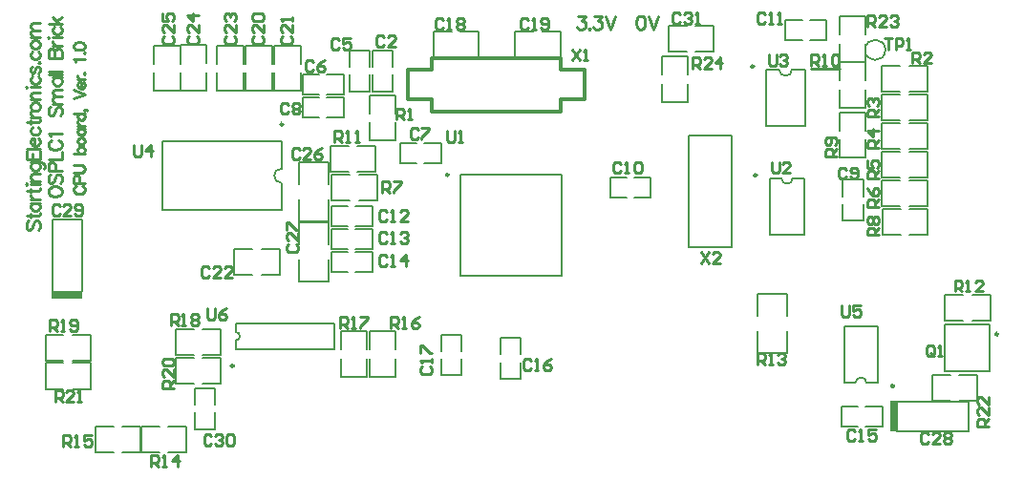
<source format=gto>
%FSLAX42Y42*%
%MOMM*%
G71*
G01*
G75*
%ADD10C,0.20*%
%ADD11R,1.50X1.30*%
%ADD12R,0.30X1.45*%
%ADD13R,1.30X1.50*%
%ADD14C,1.00*%
%ADD15R,1.55X0.60*%
%ADD16R,1.80X1.60*%
%ADD17R,0.85X1.00*%
%ADD18R,1.80X0.60*%
%ADD19R,5.50X1.50*%
%ADD20R,1.45X0.30*%
%ADD21R,0.60X2.00*%
%ADD22R,3.00X3.00*%
%ADD23R,1.00X1.10*%
%ADD24R,0.60X2.20*%
%ADD25R,1.10X1.00*%
%ADD26R,1.80X2.15*%
%ADD27R,2.15X1.80*%
%ADD28R,0.60X2.25*%
%ADD29C,1.00*%
%ADD30C,0.25*%
%ADD31C,0.40*%
%ADD32C,0.50*%
%ADD33C,0.30*%
%ADD34C,0.25*%
%ADD35R,1.50X1.50*%
%ADD36C,1.50*%
%ADD37R,1.60X1.60*%
%ADD38C,1.60*%
%ADD39C,1.20*%
%ADD40C,4.76*%
%ADD41R,1.69X1.69*%
%ADD42C,1.69*%
%ADD43C,0.60*%
%ADD44R,2.80X0.65*%
%ADD45R,0.65X2.80*%
D10*
X7710Y-406D02*
G03*
X7710Y-406I-90J0D01*
G01*
X1950Y-2984D02*
G03*
X1950Y-2909I0J38D01*
G01*
X2356Y-1460D02*
G03*
X2356Y-1588I0J-63D01*
G01*
X6767Y-578D02*
G03*
X6883Y-578I58J0D01*
G01*
X6788Y-1543D02*
G03*
X6888Y-1543I50J0D01*
G01*
X7544Y-3362D02*
G03*
X7444Y-3362I-50J0D01*
G01*
X5727Y-867D02*
Y-707D01*
X5957Y-867D02*
Y-707D01*
X5727Y-867D02*
X5957D01*
X5727Y-467D02*
X5957D01*
X5727Y-627D02*
Y-467D01*
X5957Y-627D02*
Y-467D01*
X5788Y-190D02*
X5948D01*
X5788Y-420D02*
X5948D01*
X5788D02*
Y-190D01*
X6188Y-420D02*
Y-190D01*
X6028D02*
X6188D01*
X6028Y-420D02*
X6188D01*
X7302Y-511D02*
Y-351D01*
X7532Y-511D02*
Y-351D01*
X7302Y-511D02*
X7532D01*
X7302Y-111D02*
X7532D01*
X7302Y-271D02*
Y-111D01*
X7532Y-271D02*
Y-111D01*
X6836Y-3092D02*
Y-2902D01*
X6576Y-3092D02*
Y-2902D01*
X6836Y-2762D02*
Y-2572D01*
X6576Y-2762D02*
Y-2572D01*
X6836D01*
X6576Y-3092D02*
X6836D01*
X8125Y-3289D02*
X8285D01*
X8125Y-3519D02*
X8285D01*
X8125D02*
Y-3289D01*
X8525Y-3519D02*
Y-3289D01*
X8365D02*
X8525D01*
X8365Y-3519D02*
X8525D01*
X8633Y-3258D02*
Y-2838D01*
X8233D02*
X8633D01*
X8233Y-3258D02*
Y-2838D01*
Y-3258D02*
X8633D01*
X6351Y-2154D02*
Y-1164D01*
X5971Y-2154D02*
Y-1164D01*
Y-2154D02*
X6351D01*
X5971Y-1164D02*
X6351D01*
X1586Y-3770D02*
Y-3625D01*
X1766Y-3770D02*
Y-3625D01*
X1586Y-3770D02*
X1766D01*
X1586Y-3410D02*
X1766D01*
X1586Y-3555D02*
Y-3410D01*
X1766Y-3555D02*
Y-3410D01*
X1950Y-3059D02*
Y-2984D01*
Y-2909D02*
Y-2834D01*
X2825Y-3059D02*
Y-2834D01*
X1950Y-3059D02*
X2825D01*
X1950Y-2834D02*
X2825D01*
X1114Y-3746D02*
X1274D01*
X1114Y-3976D02*
X1274D01*
X1114D02*
Y-3746D01*
X1514Y-3976D02*
Y-3746D01*
X1354D02*
X1514D01*
X1354Y-3976D02*
X1514D01*
X708Y-3746D02*
X868D01*
X708Y-3976D02*
X868D01*
X708D02*
Y-3746D01*
X1108Y-3976D02*
Y-3746D01*
X948D02*
X1108D01*
X948Y-3976D02*
X1108D01*
X3365Y-3065D02*
Y-2905D01*
X3135Y-3065D02*
Y-2905D01*
X3365D01*
X3135Y-3305D02*
X3365D01*
Y-3145D01*
X3135Y-3305D02*
Y-3145D01*
X3115Y-3065D02*
Y-2905D01*
X2885Y-3065D02*
Y-2905D01*
X3115D01*
X2885Y-3305D02*
X3115D01*
Y-3145D01*
X2885Y-3305D02*
Y-3145D01*
X265Y-2935D02*
X425D01*
X265Y-3165D02*
X425D01*
X265D02*
Y-2935D01*
X665Y-3165D02*
Y-2935D01*
X505D02*
X665D01*
X505Y-3165D02*
X665D01*
X1419Y-2882D02*
X1579D01*
X1419Y-3112D02*
X1579D01*
X1419D02*
Y-2882D01*
X1819Y-3112D02*
Y-2882D01*
X1659D02*
X1819D01*
X1659Y-3112D02*
X1819D01*
X265Y-3185D02*
X425D01*
X265Y-3415D02*
X425D01*
X265D02*
Y-3185D01*
X665Y-3415D02*
Y-3185D01*
X505D02*
X665D01*
X505Y-3415D02*
X665D01*
X1419Y-3136D02*
X1579D01*
X1419Y-3366D02*
X1579D01*
X1419D02*
Y-3136D01*
X1819Y-3366D02*
Y-3136D01*
X1659D02*
X1819D01*
X1659Y-3366D02*
X1819D01*
X1229Y-768D02*
Y-608D01*
X1459Y-768D02*
Y-608D01*
X1229Y-768D02*
X1459D01*
X1229Y-368D02*
X1459D01*
X1229Y-528D02*
Y-368D01*
X1459Y-528D02*
Y-368D01*
X7532Y-678D02*
Y-518D01*
X7302Y-678D02*
Y-518D01*
X7532D01*
X7302Y-918D02*
X7532D01*
Y-758D01*
X7302Y-918D02*
Y-758D01*
X1690Y-525D02*
Y-365D01*
X1460Y-525D02*
Y-365D01*
X1690D01*
X1460Y-765D02*
X1690D01*
Y-605D01*
X1460Y-765D02*
Y-605D01*
X7322Y-3568D02*
X7467D01*
X7322Y-3748D02*
X7467D01*
X7322D02*
Y-3568D01*
X7682Y-3748D02*
Y-3568D01*
X7537D02*
X7682D01*
X7537Y-3748D02*
X7682D01*
X1788Y-768D02*
Y-608D01*
X2018Y-768D02*
Y-608D01*
X1788Y-768D02*
X2018D01*
X1788Y-368D02*
X2018D01*
X1788Y-528D02*
Y-368D01*
X2018Y-528D02*
Y-368D01*
X1940Y-2171D02*
X2100D01*
X1940Y-2401D02*
X2100D01*
X1940D02*
Y-2171D01*
X2340Y-2401D02*
Y-2171D01*
X2180D02*
X2340D01*
X2180Y-2401D02*
X2340D01*
X457Y-1913D02*
X587D01*
Y-2550D02*
Y-1913D01*
X327Y-2550D02*
Y-1913D01*
X457D01*
X8450Y-3788D02*
Y-3658D01*
X7813Y-3788D02*
X8450D01*
X7813Y-3528D02*
X8450D01*
Y-3658D02*
Y-3528D01*
X2296Y-768D02*
Y-608D01*
X2526Y-768D02*
Y-608D01*
X2296Y-768D02*
X2526D01*
X2296Y-368D02*
X2526D01*
X2296Y-528D02*
Y-368D01*
X2526Y-528D02*
Y-368D01*
X2356Y-1460D02*
Y-1219D01*
Y-1829D02*
Y-1588D01*
X1301Y-1829D02*
Y-1219D01*
X2356D01*
X1301Y-1829D02*
X2356D01*
X2042Y-768D02*
Y-608D01*
X2272Y-768D02*
Y-608D01*
X2042Y-768D02*
X2272D01*
X2042Y-368D02*
X2272D01*
X2042Y-528D02*
Y-368D01*
X2272Y-528D02*
Y-368D01*
X2512Y-1937D02*
X2772D01*
X2512Y-2457D02*
X2772D01*
Y-2267D01*
X2512Y-2457D02*
Y-2267D01*
X2772Y-2127D02*
Y-1937D01*
X2512Y-2127D02*
Y-1937D01*
X2801Y-1993D02*
X2946D01*
X2801Y-2173D02*
X2946D01*
X2801D02*
Y-1993D01*
X3161Y-2173D02*
Y-1993D01*
X3016D02*
X3161D01*
X3016Y-2173D02*
X3161D01*
X2512Y-1924D02*
X2772D01*
X2512Y-1404D02*
X2772D01*
X2512Y-1594D02*
Y-1404D01*
X2772Y-1594D02*
Y-1404D01*
X2512Y-1924D02*
Y-1734D01*
X2772Y-1924D02*
Y-1734D01*
X2801Y-1790D02*
X2946D01*
X2801Y-1970D02*
X2946D01*
X2801D02*
Y-1790D01*
X3161Y-1970D02*
Y-1790D01*
X3016D02*
X3161D01*
X3016Y-1970D02*
X3161D01*
X6650Y-578D02*
X6767D01*
X6883D02*
X7000D01*
X6650Y-1078D02*
X7000D01*
X6650D02*
Y-578D01*
X7000Y-1078D02*
Y-578D01*
X7041Y-319D02*
X7186D01*
X7041Y-139D02*
X7186D01*
Y-319D02*
Y-139D01*
X6826Y-319D02*
Y-139D01*
Y-319D02*
X6971D01*
X6826Y-139D02*
X6971D01*
X5487Y-1716D02*
X5632D01*
X5487Y-1536D02*
X5632D01*
Y-1716D02*
Y-1536D01*
X5272Y-1716D02*
Y-1536D01*
Y-1716D02*
X5417D01*
X5272Y-1536D02*
X5417D01*
X7512Y-1704D02*
Y-1559D01*
X7332Y-1704D02*
Y-1559D01*
X7512D01*
X7332Y-1919D02*
X7512D01*
Y-1774D01*
X7332Y-1919D02*
Y-1774D01*
X6688Y-1543D02*
X6788D01*
X6888D02*
X6988D01*
X6688Y-2043D02*
X6988D01*
X6688D02*
Y-1543D01*
X6988Y-2043D02*
Y-1543D01*
X2547Y-824D02*
X2692D01*
X2547Y-1004D02*
X2692D01*
X2547D02*
Y-824D01*
X2907Y-1004D02*
Y-824D01*
X2762D02*
X2907D01*
X2762Y-1004D02*
X2907D01*
X4840Y-2409D02*
Y-1509D01*
X3940Y-2409D02*
Y-1509D01*
X4840D01*
X3940Y-2409D02*
X4840D01*
X7302Y-1362D02*
Y-1202D01*
X7532Y-1362D02*
Y-1202D01*
X7302Y-1362D02*
X7532D01*
X7302Y-962D02*
X7532D01*
X7302Y-1122D02*
Y-962D01*
X7532Y-1122D02*
Y-962D01*
X7925Y-2045D02*
X8085D01*
X7925Y-1815D02*
X8085D01*
Y-2045D02*
Y-1815D01*
X7685Y-2045D02*
Y-1815D01*
Y-2045D02*
X7845D01*
X7685Y-1815D02*
X7845D01*
X2804Y-1511D02*
X2964D01*
X2804Y-1741D02*
X2964D01*
X2804D02*
Y-1511D01*
X3204Y-1741D02*
Y-1511D01*
X3044D02*
X3204D01*
X3044Y-1741D02*
X3204D01*
X2547Y-621D02*
X2692D01*
X2547Y-801D02*
X2692D01*
X2547D02*
Y-621D01*
X2907Y-801D02*
Y-621D01*
X2762D02*
X2907D01*
X2762Y-801D02*
X2907D01*
X7681Y-545D02*
X7841D01*
X7681Y-775D02*
X7841D01*
X7681D02*
Y-545D01*
X8081Y-775D02*
Y-545D01*
X7921D02*
X8081D01*
X7921Y-775D02*
X8081D01*
X7681Y-799D02*
X7841D01*
X7681Y-1029D02*
X7841D01*
X7681D02*
Y-799D01*
X8081Y-1029D02*
Y-799D01*
X7921D02*
X8081D01*
X7921Y-1029D02*
X8081D01*
X7681Y-1053D02*
X7841D01*
X7681Y-1283D02*
X7841D01*
X7681D02*
Y-1053D01*
X8081Y-1283D02*
Y-1053D01*
X7921D02*
X8081D01*
X7921Y-1283D02*
X8081D01*
X7681Y-1307D02*
X7841D01*
X7681Y-1537D02*
X7841D01*
X7681D02*
Y-1307D01*
X8081Y-1537D02*
Y-1307D01*
X7921D02*
X8081D01*
X7921Y-1537D02*
X8081D01*
X7681Y-1561D02*
X7841D01*
X7681Y-1791D02*
X7841D01*
X7681D02*
Y-1561D01*
X8081Y-1791D02*
Y-1561D01*
X7921D02*
X8081D01*
X7921Y-1791D02*
X8081D01*
X3136Y-1209D02*
Y-1049D01*
X3366Y-1209D02*
Y-1049D01*
X3136Y-1209D02*
X3366D01*
X3136Y-809D02*
X3366D01*
X3136Y-969D02*
Y-809D01*
X3366Y-969D02*
Y-809D01*
X3138Y-558D02*
Y-413D01*
X2958Y-558D02*
Y-413D01*
X3138D01*
X2958Y-773D02*
X3138D01*
Y-628D01*
X2958Y-773D02*
Y-628D01*
X3945Y-471D02*
X4105D01*
X3945Y-241D02*
X4105D01*
Y-471D02*
Y-241D01*
X3705Y-471D02*
Y-241D01*
Y-471D02*
X3865D01*
X3705Y-241D02*
X3865D01*
X4429D02*
X4589D01*
X4429Y-471D02*
X4589D01*
X4429D02*
Y-241D01*
X4829Y-471D02*
Y-241D01*
X4669D02*
X4829D01*
X4669Y-471D02*
X4829D01*
X3341Y-558D02*
Y-413D01*
X3161Y-558D02*
Y-413D01*
X3341D01*
X3161Y-773D02*
X3341D01*
Y-628D01*
X3161Y-773D02*
Y-628D01*
X7544Y-3362D02*
X7644D01*
X7344D02*
X7444D01*
X7344Y-2861D02*
X7644D01*
Y-3362D02*
Y-2861D01*
X7344Y-3362D02*
Y-2861D01*
X2801Y-2196D02*
X2946D01*
X2801Y-2376D02*
X2946D01*
X2801D02*
Y-2196D01*
X3161Y-2376D02*
Y-2196D01*
X3016D02*
X3161D01*
X3016Y-2376D02*
X3161D01*
X4476Y-3107D02*
Y-2962D01*
X4296Y-3107D02*
Y-2962D01*
X4476D01*
X4296Y-3322D02*
X4476D01*
Y-3177D01*
X4296Y-3322D02*
Y-3177D01*
X8239Y-2577D02*
X8399D01*
X8239Y-2807D02*
X8399D01*
X8239D02*
Y-2577D01*
X8639Y-2807D02*
Y-2577D01*
X8479D02*
X8639D01*
X8479Y-2807D02*
X8639D01*
X3031Y-1487D02*
X3191D01*
X3031Y-1257D02*
X3191D01*
Y-1487D02*
Y-1257D01*
X2791Y-1487D02*
Y-1257D01*
Y-1487D02*
X2951D01*
X2791Y-1257D02*
X2951D01*
X3771Y-3295D02*
Y-3150D01*
X3951Y-3295D02*
Y-3150D01*
X3771Y-3295D02*
X3951D01*
X3771Y-2935D02*
X3951D01*
X3771Y-3080D02*
Y-2935D01*
X3951Y-3080D02*
Y-2935D01*
X3410Y-1231D02*
X3555D01*
X3410Y-1411D02*
X3555D01*
X3410D02*
Y-1231D01*
X3770Y-1411D02*
Y-1231D01*
X3625D02*
X3770D01*
X3625Y-1411D02*
X3770D01*
D30*
X8710Y-2928D02*
G03*
X8710Y-2928I-12J0D01*
G01*
X1934Y-3209D02*
G03*
X1934Y-3209I-12J0D01*
G01*
X2371Y-1066D02*
G03*
X2371Y-1066I-12J0D01*
G01*
X6545Y-553D02*
G03*
X6545Y-553I-12J0D01*
G01*
X6570Y-1518D02*
G03*
X6570Y-1518I-12J0D01*
G01*
X3840Y-1514D02*
G03*
X3840Y-1514I-12J0D01*
G01*
X7786Y-3387D02*
G03*
X7786Y-3387I-12J0D01*
G01*
X7050Y-575D02*
X7275D01*
X7302D01*
X292Y-1674D02*
X298Y-1685D01*
X309Y-1697D01*
X320Y-1702D01*
X338Y-1708D01*
X366D01*
X383Y-1702D01*
X395Y-1697D01*
X406Y-1685D01*
X412Y-1674D01*
Y-1651D01*
X406Y-1640D01*
X395Y-1628D01*
X383Y-1622D01*
X366Y-1617D01*
X338D01*
X320Y-1622D01*
X309Y-1628D01*
X298Y-1640D01*
X292Y-1651D01*
Y-1674D01*
X309Y-1509D02*
X298Y-1520D01*
X292Y-1537D01*
Y-1560D01*
X298Y-1577D01*
X309Y-1589D01*
X320D01*
X332Y-1583D01*
X338Y-1577D01*
X343Y-1566D01*
X355Y-1532D01*
X360Y-1520D01*
X366Y-1515D01*
X378Y-1509D01*
X395D01*
X406Y-1520D01*
X412Y-1537D01*
Y-1560D01*
X406Y-1577D01*
X395Y-1589D01*
X355Y-1482D02*
Y-1431D01*
X349Y-1413D01*
X343Y-1408D01*
X332Y-1402D01*
X315D01*
X303Y-1408D01*
X298Y-1413D01*
X292Y-1431D01*
Y-1482D01*
X412D01*
X292Y-1375D02*
X412D01*
Y-1307D01*
X320Y-1208D02*
X309Y-1213D01*
X298Y-1225D01*
X292Y-1236D01*
Y-1259D01*
X298Y-1271D01*
X309Y-1282D01*
X320Y-1288D01*
X338Y-1293D01*
X366D01*
X383Y-1288D01*
X395Y-1282D01*
X406Y-1271D01*
X412Y-1259D01*
Y-1236D01*
X406Y-1225D01*
X395Y-1213D01*
X383Y-1208D01*
X315Y-1174D02*
X309Y-1163D01*
X292Y-1145D01*
X412D01*
X309Y-912D02*
X298Y-923D01*
X292Y-940D01*
Y-963D01*
X298Y-980D01*
X309Y-992D01*
X320D01*
X332Y-986D01*
X338Y-980D01*
X343Y-969D01*
X355Y-935D01*
X360Y-923D01*
X366Y-917D01*
X378Y-912D01*
X395D01*
X406Y-923D01*
X412Y-940D01*
Y-963D01*
X406Y-980D01*
X395Y-992D01*
X332Y-885D02*
X412D01*
X355D02*
X338Y-868D01*
X332Y-856D01*
Y-839D01*
X338Y-828D01*
X355Y-822D01*
X412D01*
X355D02*
X338Y-805D01*
X332Y-794D01*
Y-776D01*
X338Y-765D01*
X355Y-759D01*
X412D01*
X332Y-653D02*
X412D01*
X349D02*
X338Y-664D01*
X332Y-676D01*
Y-693D01*
X338Y-704D01*
X349Y-716D01*
X366Y-722D01*
X378D01*
X395Y-716D01*
X406Y-704D01*
X412Y-693D01*
Y-676D01*
X406Y-664D01*
X395Y-653D01*
X292Y-621D02*
X412D01*
X292Y-596D02*
X412D01*
X292Y-476D02*
X412D01*
X292D02*
Y-425D01*
X298Y-408D01*
X303Y-402D01*
X315Y-396D01*
X326D01*
X338Y-402D01*
X343Y-408D01*
X349Y-425D01*
Y-476D02*
Y-425D01*
X355Y-408D01*
X360Y-402D01*
X372Y-396D01*
X389D01*
X400Y-402D01*
X406Y-408D01*
X412Y-425D01*
Y-476D01*
X332Y-370D02*
X412D01*
X366D02*
X349Y-364D01*
X338Y-352D01*
X332Y-341D01*
Y-324D01*
X292Y-302D02*
X298Y-296D01*
X292Y-290D01*
X286Y-296D01*
X292Y-302D01*
X332Y-296D02*
X412D01*
X349Y-201D02*
X338Y-212D01*
X332Y-223D01*
Y-240D01*
X338Y-252D01*
X349Y-263D01*
X366Y-269D01*
X378D01*
X395Y-263D01*
X406Y-252D01*
X412Y-240D01*
Y-223D01*
X406Y-212D01*
X395Y-201D01*
X292Y-175D02*
X412D01*
X332Y-118D02*
X389Y-175D01*
X366Y-152D02*
X412Y-112D01*
D33*
X4830Y-581D02*
Y-481D01*
Y-951D02*
Y-841D01*
X3690Y-951D02*
Y-841D01*
Y-581D02*
Y-481D01*
X4830D01*
X3690Y-951D02*
X4830D01*
X3480Y-581D02*
X3690D01*
X3480Y-841D02*
Y-581D01*
Y-841D02*
X3690D01*
X4830D02*
X5040D01*
Y-581D01*
X4830D02*
X5040D01*
D34*
X6000Y-575D02*
Y-475D01*
X6050D01*
X6067Y-492D01*
Y-525D01*
X6050Y-542D01*
X6000D01*
X6033D02*
X6067Y-575D01*
X6167D02*
X6100D01*
X6167Y-508D01*
Y-492D01*
X6150Y-475D01*
X6117D01*
X6100Y-492D01*
X6250Y-575D02*
Y-475D01*
X6200Y-525D01*
X6267D01*
X5892Y-92D02*
X5875Y-75D01*
X5842D01*
X5825Y-92D01*
Y-158D01*
X5842Y-175D01*
X5875D01*
X5892Y-158D01*
X5925Y-92D02*
X5942Y-75D01*
X5975D01*
X5992Y-92D01*
Y-108D01*
X5975Y-125D01*
X5958D01*
X5975D01*
X5992Y-142D01*
Y-158D01*
X5975Y-175D01*
X5942D01*
X5925Y-158D01*
X6025Y-175D02*
X6058D01*
X6042D01*
Y-75D01*
X6025Y-92D01*
X7700Y-300D02*
X7767D01*
X7733D01*
Y-400D01*
X7800D02*
Y-300D01*
X7850D01*
X7867Y-317D01*
Y-350D01*
X7850Y-367D01*
X7800D01*
X7900Y-400D02*
X7933D01*
X7917D01*
Y-300D01*
X7900Y-317D01*
X7550Y-200D02*
Y-100D01*
X7600D01*
X7617Y-117D01*
Y-150D01*
X7600Y-167D01*
X7550D01*
X7583D02*
X7617Y-200D01*
X7717D02*
X7650D01*
X7717Y-133D01*
Y-117D01*
X7700Y-100D01*
X7667D01*
X7650Y-117D01*
X7750D02*
X7767Y-100D01*
X7800D01*
X7817Y-117D01*
Y-133D01*
X7800Y-150D01*
X7783D01*
X7800D01*
X7817Y-167D01*
Y-183D01*
X7800Y-200D01*
X7767D01*
X7750Y-183D01*
X8625Y-3750D02*
X8525D01*
Y-3700D01*
X8542Y-3683D01*
X8575D01*
X8592Y-3700D01*
Y-3750D01*
Y-3717D02*
X8625Y-3683D01*
Y-3583D02*
Y-3650D01*
X8558Y-3583D01*
X8542D01*
X8525Y-3600D01*
Y-3633D01*
X8542Y-3650D01*
X8625Y-3483D02*
Y-3550D01*
X8558Y-3483D01*
X8542D01*
X8525Y-3500D01*
Y-3533D01*
X8542Y-3550D01*
X8142Y-3108D02*
Y-3042D01*
X8125Y-3025D01*
X8092D01*
X8075Y-3042D01*
Y-3108D01*
X8092Y-3125D01*
X8125D01*
X8108Y-3092D02*
X8142Y-3125D01*
X8125D02*
X8142Y-3108D01*
X8175Y-3125D02*
X8208D01*
X8192D01*
Y-3025D01*
X8175Y-3042D01*
X4935Y-400D02*
X5001Y-500D01*
Y-400D02*
X4935Y-500D01*
X5035D02*
X5068D01*
X5051D01*
Y-400D01*
X5035Y-417D01*
X1700Y-2700D02*
Y-2783D01*
X1717Y-2800D01*
X1750D01*
X1767Y-2783D01*
Y-2700D01*
X1867D02*
X1833Y-2717D01*
X1800Y-2750D01*
Y-2783D01*
X1817Y-2800D01*
X1850D01*
X1867Y-2783D01*
Y-2767D01*
X1850Y-2750D01*
X1800D01*
X350Y-3525D02*
Y-3425D01*
X400D01*
X417Y-3442D01*
Y-3475D01*
X400Y-3492D01*
X350D01*
X383D02*
X417Y-3525D01*
X517D02*
X450D01*
X517Y-3458D01*
Y-3442D01*
X500Y-3425D01*
X467D01*
X450Y-3442D01*
X550Y-3525D02*
X583D01*
X567D01*
Y-3425D01*
X550Y-3442D01*
X1400Y-3410D02*
X1300D01*
Y-3360D01*
X1317Y-3343D01*
X1350D01*
X1367Y-3360D01*
Y-3410D01*
Y-3377D02*
X1400Y-3343D01*
Y-3243D02*
Y-3310D01*
X1333Y-3243D01*
X1317D01*
X1300Y-3260D01*
Y-3293D01*
X1317Y-3310D01*
Y-3210D02*
X1300Y-3193D01*
Y-3160D01*
X1317Y-3143D01*
X1383D01*
X1400Y-3160D01*
Y-3193D01*
X1383Y-3210D01*
X1317D01*
X300Y-2900D02*
Y-2800D01*
X350D01*
X367Y-2817D01*
Y-2850D01*
X350Y-2867D01*
X300D01*
X333D02*
X367Y-2900D01*
X400D02*
X433D01*
X417D01*
Y-2800D01*
X400Y-2817D01*
X483Y-2883D02*
X500Y-2900D01*
X533D01*
X550Y-2883D01*
Y-2817D01*
X533Y-2800D01*
X500D01*
X483Y-2817D01*
Y-2833D01*
X500Y-2850D01*
X550D01*
X1375Y-2850D02*
Y-2750D01*
X1425D01*
X1442Y-2767D01*
Y-2800D01*
X1425Y-2817D01*
X1375D01*
X1408D02*
X1442Y-2850D01*
X1475D02*
X1508D01*
X1492D01*
Y-2750D01*
X1475Y-2767D01*
X1558D02*
X1575Y-2750D01*
X1608D01*
X1625Y-2767D01*
Y-2783D01*
X1608Y-2800D01*
X1625Y-2817D01*
Y-2833D01*
X1608Y-2850D01*
X1575D01*
X1558Y-2833D01*
Y-2817D01*
X1575Y-2800D01*
X1558Y-2783D01*
Y-2767D01*
X1575Y-2800D02*
X1608D01*
X2875Y-2875D02*
Y-2775D01*
X2925D01*
X2942Y-2792D01*
Y-2825D01*
X2925Y-2842D01*
X2875D01*
X2908D02*
X2942Y-2875D01*
X2975D02*
X3008D01*
X2992D01*
Y-2775D01*
X2975Y-2792D01*
X3058Y-2775D02*
X3125D01*
Y-2792D01*
X3058Y-2858D01*
Y-2875D01*
X3325D02*
Y-2775D01*
X3375D01*
X3392Y-2792D01*
Y-2825D01*
X3375Y-2842D01*
X3325D01*
X3358D02*
X3392Y-2875D01*
X3425D02*
X3458D01*
X3442D01*
Y-2775D01*
X3425Y-2792D01*
X3575Y-2775D02*
X3542Y-2792D01*
X3508Y-2825D01*
Y-2858D01*
X3525Y-2875D01*
X3558D01*
X3575Y-2858D01*
Y-2842D01*
X3558Y-2825D01*
X3508D01*
X425Y-3925D02*
Y-3825D01*
X475D01*
X492Y-3842D01*
Y-3875D01*
X475Y-3892D01*
X425D01*
X458D02*
X492Y-3925D01*
X525D02*
X558D01*
X542D01*
Y-3825D01*
X525Y-3842D01*
X675Y-3825D02*
X608D01*
Y-3875D01*
X642Y-3858D01*
X658D01*
X675Y-3875D01*
Y-3908D01*
X658Y-3925D01*
X625D01*
X608Y-3908D01*
X1200Y-4100D02*
Y-4000D01*
X1250D01*
X1267Y-4017D01*
Y-4050D01*
X1250Y-4067D01*
X1200D01*
X1233D02*
X1267Y-4100D01*
X1300D02*
X1333D01*
X1317D01*
Y-4000D01*
X1300Y-4017D01*
X1433Y-4100D02*
Y-4000D01*
X1383Y-4050D01*
X1450D01*
X1737Y-3837D02*
X1720Y-3820D01*
X1687D01*
X1670Y-3837D01*
Y-3903D01*
X1687Y-3920D01*
X1720D01*
X1737Y-3903D01*
X1770Y-3837D02*
X1787Y-3820D01*
X1820D01*
X1837Y-3837D01*
Y-3853D01*
X1820Y-3870D01*
X1803D01*
X1820D01*
X1837Y-3887D01*
Y-3903D01*
X1820Y-3920D01*
X1787D01*
X1770Y-3903D01*
X1870Y-3837D02*
X1887Y-3820D01*
X1920D01*
X1937Y-3837D01*
Y-3903D01*
X1920Y-3920D01*
X1887D01*
X1870Y-3903D01*
Y-3837D01*
X3267Y-292D02*
X3250Y-275D01*
X3217D01*
X3200Y-292D01*
Y-358D01*
X3217Y-375D01*
X3250D01*
X3267Y-358D01*
X3367Y-375D02*
X3300D01*
X3367Y-308D01*
Y-292D01*
X3350Y-275D01*
X3317D01*
X3300Y-292D01*
X2867Y-317D02*
X2850Y-300D01*
X2817D01*
X2800Y-317D01*
Y-383D01*
X2817Y-400D01*
X2850D01*
X2867Y-383D01*
X2967Y-300D02*
X2900D01*
Y-350D01*
X2933Y-333D01*
X2950D01*
X2967Y-350D01*
Y-383D01*
X2950Y-400D01*
X2917D01*
X2900Y-383D01*
X3567Y-1117D02*
X3550Y-1100D01*
X3517D01*
X3500Y-1117D01*
Y-1183D01*
X3517Y-1200D01*
X3550D01*
X3567Y-1183D01*
X3600Y-1100D02*
X3667D01*
Y-1117D01*
X3600Y-1183D01*
Y-1200D01*
X2417Y-892D02*
X2400Y-875D01*
X2367D01*
X2350Y-892D01*
Y-958D01*
X2367Y-975D01*
X2400D01*
X2417Y-958D01*
X2450Y-892D02*
X2467Y-875D01*
X2500D01*
X2517Y-892D01*
Y-908D01*
X2500Y-925D01*
X2517Y-942D01*
Y-958D01*
X2500Y-975D01*
X2467D01*
X2450Y-958D01*
Y-942D01*
X2467Y-925D01*
X2450Y-908D01*
Y-892D01*
X2467Y-925D02*
X2500D01*
X5367Y-1417D02*
X5350Y-1400D01*
X5317D01*
X5300Y-1417D01*
Y-1483D01*
X5317Y-1500D01*
X5350D01*
X5367Y-1483D01*
X5400Y-1500D02*
X5433D01*
X5417D01*
Y-1400D01*
X5400Y-1417D01*
X5483D02*
X5500Y-1400D01*
X5533D01*
X5550Y-1417D01*
Y-1483D01*
X5533Y-1500D01*
X5500D01*
X5483Y-1483D01*
Y-1417D01*
X6642Y-92D02*
X6625Y-75D01*
X6592D01*
X6575Y-92D01*
Y-158D01*
X6592Y-175D01*
X6625D01*
X6642Y-158D01*
X6675Y-175D02*
X6708D01*
X6692D01*
Y-75D01*
X6675Y-92D01*
X6758Y-175D02*
X6792D01*
X6775D01*
Y-75D01*
X6758Y-92D01*
X3292Y-1842D02*
X3275Y-1825D01*
X3242D01*
X3225Y-1842D01*
Y-1908D01*
X3242Y-1925D01*
X3275D01*
X3292Y-1908D01*
X3325Y-1925D02*
X3358D01*
X3342D01*
Y-1825D01*
X3325Y-1842D01*
X3475Y-1925D02*
X3408D01*
X3475Y-1858D01*
Y-1842D01*
X3458Y-1825D01*
X3425D01*
X3408Y-1842D01*
X3292Y-2042D02*
X3275Y-2025D01*
X3242D01*
X3225Y-2042D01*
Y-2108D01*
X3242Y-2125D01*
X3275D01*
X3292Y-2108D01*
X3325Y-2125D02*
X3358D01*
X3342D01*
Y-2025D01*
X3325Y-2042D01*
X3408D02*
X3425Y-2025D01*
X3458D01*
X3475Y-2042D01*
Y-2058D01*
X3458Y-2075D01*
X3442D01*
X3458D01*
X3475Y-2092D01*
Y-2108D01*
X3458Y-2125D01*
X3425D01*
X3408Y-2108D01*
X3292Y-2242D02*
X3275Y-2225D01*
X3242D01*
X3225Y-2242D01*
Y-2308D01*
X3242Y-2325D01*
X3275D01*
X3292Y-2308D01*
X3325Y-2325D02*
X3358D01*
X3342D01*
Y-2225D01*
X3325Y-2242D01*
X3458Y-2325D02*
Y-2225D01*
X3408Y-2275D01*
X3475D01*
X7442Y-3792D02*
X7425Y-3775D01*
X7392D01*
X7375Y-3792D01*
Y-3858D01*
X7392Y-3875D01*
X7425D01*
X7442Y-3858D01*
X7475Y-3875D02*
X7508D01*
X7492D01*
Y-3775D01*
X7475Y-3792D01*
X7625Y-3775D02*
X7558D01*
Y-3825D01*
X7592Y-3808D01*
X7608D01*
X7625Y-3825D01*
Y-3858D01*
X7608Y-3875D01*
X7575D01*
X7558Y-3858D01*
X4567Y-3167D02*
X4550Y-3150D01*
X4517D01*
X4500Y-3167D01*
Y-3233D01*
X4517Y-3250D01*
X4550D01*
X4567Y-3233D01*
X4600Y-3250D02*
X4633D01*
X4617D01*
Y-3150D01*
X4600Y-3167D01*
X4750Y-3150D02*
X4717Y-3167D01*
X4683Y-3200D01*
Y-3233D01*
X4700Y-3250D01*
X4733D01*
X4750Y-3233D01*
Y-3217D01*
X4733Y-3200D01*
X4683D01*
X3603Y-3213D02*
X3586Y-3230D01*
Y-3263D01*
X3603Y-3280D01*
X3669D01*
X3686Y-3263D01*
Y-3230D01*
X3669Y-3213D01*
X3686Y-3180D02*
Y-3146D01*
Y-3163D01*
X3586D01*
X3603Y-3180D01*
X3586Y-3096D02*
Y-3030D01*
X3603D01*
X3669Y-3096D01*
X3686D01*
X3792Y-142D02*
X3775Y-125D01*
X3742D01*
X3725Y-142D01*
Y-208D01*
X3742Y-225D01*
X3775D01*
X3792Y-208D01*
X3825Y-225D02*
X3858D01*
X3842D01*
Y-125D01*
X3825Y-142D01*
X3908D02*
X3925Y-125D01*
X3958D01*
X3975Y-142D01*
Y-158D01*
X3958Y-175D01*
X3975Y-192D01*
Y-208D01*
X3958Y-225D01*
X3925D01*
X3908Y-208D01*
Y-192D01*
X3925Y-175D01*
X3908Y-158D01*
Y-142D01*
X3925Y-175D02*
X3958D01*
X4542Y-142D02*
X4525Y-125D01*
X4492D01*
X4475Y-142D01*
Y-208D01*
X4492Y-225D01*
X4525D01*
X4542Y-208D01*
X4575Y-225D02*
X4608D01*
X4592D01*
Y-125D01*
X4575Y-142D01*
X4658Y-208D02*
X4675Y-225D01*
X4708D01*
X4725Y-208D01*
Y-142D01*
X4708Y-125D01*
X4675D01*
X4658Y-142D01*
Y-158D01*
X4675Y-175D01*
X4725D01*
X2117Y-283D02*
X2100Y-300D01*
Y-333D01*
X2117Y-350D01*
X2183D01*
X2200Y-333D01*
Y-300D01*
X2183Y-283D01*
X2200Y-183D02*
Y-250D01*
X2133Y-183D01*
X2117D01*
X2100Y-200D01*
Y-233D01*
X2117Y-250D01*
Y-150D02*
X2100Y-133D01*
Y-100D01*
X2117Y-83D01*
X2183D01*
X2200Y-100D01*
Y-133D01*
X2183Y-150D01*
X2117D01*
X2367Y-283D02*
X2350Y-300D01*
Y-333D01*
X2367Y-350D01*
X2433D01*
X2450Y-333D01*
Y-300D01*
X2433Y-283D01*
X2450Y-183D02*
Y-250D01*
X2383Y-183D01*
X2367D01*
X2350Y-200D01*
Y-233D01*
X2367Y-250D01*
X2450Y-150D02*
Y-117D01*
Y-133D01*
X2350D01*
X2367Y-150D01*
X1717Y-2342D02*
X1700Y-2325D01*
X1667D01*
X1650Y-2342D01*
Y-2408D01*
X1667Y-2425D01*
X1700D01*
X1717Y-2408D01*
X1817Y-2425D02*
X1750D01*
X1817Y-2358D01*
Y-2342D01*
X1800Y-2325D01*
X1767D01*
X1750Y-2342D01*
X1917Y-2425D02*
X1850D01*
X1917Y-2358D01*
Y-2342D01*
X1900Y-2325D01*
X1867D01*
X1850Y-2342D01*
X1867Y-283D02*
X1850Y-300D01*
Y-333D01*
X1867Y-350D01*
X1933D01*
X1950Y-333D01*
Y-300D01*
X1933Y-283D01*
X1950Y-183D02*
Y-250D01*
X1883Y-183D01*
X1867D01*
X1850Y-200D01*
Y-233D01*
X1867Y-250D01*
Y-150D02*
X1850Y-133D01*
Y-100D01*
X1867Y-83D01*
X1883D01*
X1900Y-100D01*
Y-117D01*
Y-100D01*
X1917Y-83D01*
X1933D01*
X1950Y-100D01*
Y-133D01*
X1933Y-150D01*
X1542Y-283D02*
X1525Y-300D01*
Y-333D01*
X1542Y-350D01*
X1608D01*
X1625Y-333D01*
Y-300D01*
X1608Y-283D01*
X1625Y-183D02*
Y-250D01*
X1558Y-183D01*
X1542D01*
X1525Y-200D01*
Y-233D01*
X1542Y-250D01*
X1625Y-100D02*
X1525D01*
X1575Y-150D01*
Y-83D01*
X1317Y-283D02*
X1300Y-300D01*
Y-333D01*
X1317Y-350D01*
X1383D01*
X1400Y-333D01*
Y-300D01*
X1383Y-283D01*
X1400Y-183D02*
Y-250D01*
X1333Y-183D01*
X1317D01*
X1300Y-200D01*
Y-233D01*
X1317Y-250D01*
X1300Y-83D02*
Y-150D01*
X1350D01*
X1333Y-117D01*
Y-100D01*
X1350Y-83D01*
X1383D01*
X1400Y-100D01*
Y-133D01*
X1383Y-150D01*
X2517Y-1292D02*
X2500Y-1275D01*
X2467D01*
X2450Y-1292D01*
Y-1358D01*
X2467Y-1375D01*
X2500D01*
X2517Y-1358D01*
X2617Y-1375D02*
X2550D01*
X2617Y-1308D01*
Y-1292D01*
X2600Y-1275D01*
X2567D01*
X2550Y-1292D01*
X2717Y-1275D02*
X2683Y-1292D01*
X2650Y-1325D01*
Y-1358D01*
X2667Y-1375D01*
X2700D01*
X2717Y-1358D01*
Y-1342D01*
X2700Y-1325D01*
X2650D01*
X2417Y-2133D02*
X2400Y-2150D01*
Y-2183D01*
X2417Y-2200D01*
X2483D01*
X2500Y-2183D01*
Y-2150D01*
X2483Y-2133D01*
X2500Y-2033D02*
Y-2100D01*
X2433Y-2033D01*
X2417D01*
X2400Y-2050D01*
Y-2083D01*
X2417Y-2100D01*
X2400Y-2000D02*
Y-1933D01*
X2417D01*
X2483Y-2000D01*
X2500D01*
X8092Y-3817D02*
X8075Y-3800D01*
X8042D01*
X8025Y-3817D01*
Y-3883D01*
X8042Y-3900D01*
X8075D01*
X8092Y-3883D01*
X8192Y-3900D02*
X8125D01*
X8192Y-3833D01*
Y-3817D01*
X8175Y-3800D01*
X8142D01*
X8125Y-3817D01*
X8225D02*
X8242Y-3800D01*
X8275D01*
X8292Y-3817D01*
Y-3833D01*
X8275Y-3850D01*
X8292Y-3867D01*
Y-3883D01*
X8275Y-3900D01*
X8242D01*
X8225Y-3883D01*
Y-3867D01*
X8242Y-3850D01*
X8225Y-3833D01*
Y-3817D01*
X8242Y-3850D02*
X8275D01*
X392Y-1792D02*
X375Y-1775D01*
X342D01*
X325Y-1792D01*
Y-1858D01*
X342Y-1875D01*
X375D01*
X392Y-1858D01*
X492Y-1875D02*
X425D01*
X492Y-1808D01*
Y-1792D01*
X475Y-1775D01*
X442D01*
X425Y-1792D01*
X525Y-1858D02*
X542Y-1875D01*
X575D01*
X592Y-1858D01*
Y-1792D01*
X575Y-1775D01*
X542D01*
X525Y-1792D01*
Y-1808D01*
X542Y-1825D01*
X592D01*
X2642Y-517D02*
X2625Y-500D01*
X2592D01*
X2575Y-517D01*
Y-583D01*
X2592Y-600D01*
X2625D01*
X2642Y-583D01*
X2742Y-500D02*
X2708Y-517D01*
X2675Y-550D01*
Y-583D01*
X2692Y-600D01*
X2725D01*
X2742Y-583D01*
Y-567D01*
X2725Y-550D01*
X2675D01*
X7367Y-1467D02*
X7350Y-1450D01*
X7317D01*
X7300Y-1467D01*
Y-1533D01*
X7317Y-1550D01*
X7350D01*
X7367Y-1533D01*
X7400D02*
X7417Y-1550D01*
X7450D01*
X7467Y-1533D01*
Y-1467D01*
X7450Y-1450D01*
X7417D01*
X7400Y-1467D01*
Y-1483D01*
X7417Y-1500D01*
X7467D01*
X3375Y-1025D02*
Y-925D01*
X3425D01*
X3442Y-942D01*
Y-975D01*
X3425Y-992D01*
X3375D01*
X3408D02*
X3442Y-1025D01*
X3475D02*
X3508D01*
X3492D01*
Y-925D01*
X3475Y-942D01*
X7950Y-525D02*
Y-425D01*
X8000D01*
X8017Y-442D01*
Y-475D01*
X8000Y-492D01*
X7950D01*
X7983D02*
X8017Y-525D01*
X8117D02*
X8050D01*
X8117Y-458D01*
Y-442D01*
X8100Y-425D01*
X8067D01*
X8050Y-442D01*
X7650Y-1000D02*
X7550D01*
Y-950D01*
X7567Y-933D01*
X7600D01*
X7617Y-950D01*
Y-1000D01*
Y-967D02*
X7650Y-933D01*
X7567Y-900D02*
X7550Y-883D01*
Y-850D01*
X7567Y-833D01*
X7583D01*
X7600Y-850D01*
Y-867D01*
Y-850D01*
X7617Y-833D01*
X7633D01*
X7650Y-850D01*
Y-883D01*
X7633Y-900D01*
X7650Y-1275D02*
X7550D01*
Y-1225D01*
X7567Y-1208D01*
X7600D01*
X7617Y-1225D01*
Y-1275D01*
Y-1242D02*
X7650Y-1208D01*
Y-1125D02*
X7550D01*
X7600Y-1175D01*
Y-1108D01*
X7650Y-1550D02*
X7550D01*
Y-1500D01*
X7567Y-1483D01*
X7600D01*
X7617Y-1500D01*
Y-1550D01*
Y-1517D02*
X7650Y-1483D01*
X7550Y-1383D02*
Y-1450D01*
X7600D01*
X7583Y-1417D01*
Y-1400D01*
X7600Y-1383D01*
X7633D01*
X7650Y-1400D01*
Y-1433D01*
X7633Y-1450D01*
X7650Y-1800D02*
X7550D01*
Y-1750D01*
X7567Y-1733D01*
X7600D01*
X7617Y-1750D01*
Y-1800D01*
Y-1767D02*
X7650Y-1733D01*
X7550Y-1633D02*
X7567Y-1667D01*
X7600Y-1700D01*
X7633D01*
X7650Y-1683D01*
Y-1650D01*
X7633Y-1633D01*
X7617D01*
X7600Y-1650D01*
Y-1700D01*
X3250Y-1675D02*
Y-1575D01*
X3300D01*
X3317Y-1592D01*
Y-1625D01*
X3300Y-1642D01*
X3250D01*
X3283D02*
X3317Y-1675D01*
X3350Y-1575D02*
X3417D01*
Y-1592D01*
X3350Y-1658D01*
Y-1675D01*
X7650Y-2050D02*
X7550D01*
Y-2000D01*
X7567Y-1983D01*
X7600D01*
X7617Y-2000D01*
Y-2050D01*
Y-2017D02*
X7650Y-1983D01*
X7567Y-1950D02*
X7550Y-1933D01*
Y-1900D01*
X7567Y-1883D01*
X7583D01*
X7600Y-1900D01*
X7617Y-1883D01*
X7633D01*
X7650Y-1900D01*
Y-1933D01*
X7633Y-1950D01*
X7617D01*
X7600Y-1933D01*
X7583Y-1950D01*
X7567D01*
X7600Y-1933D02*
Y-1900D01*
X7275Y-1350D02*
X7175D01*
Y-1300D01*
X7192Y-1283D01*
X7225D01*
X7242Y-1300D01*
Y-1350D01*
Y-1317D02*
X7275Y-1283D01*
X7258Y-1250D02*
X7275Y-1233D01*
Y-1200D01*
X7258Y-1183D01*
X7192D01*
X7175Y-1200D01*
Y-1233D01*
X7192Y-1250D01*
X7208D01*
X7225Y-1233D01*
Y-1183D01*
X7050Y-550D02*
Y-450D01*
X7100D01*
X7117Y-467D01*
Y-500D01*
X7100Y-517D01*
X7050D01*
X7083D02*
X7117Y-550D01*
X7150D02*
X7183D01*
X7167D01*
Y-450D01*
X7150Y-467D01*
X7233D02*
X7250Y-450D01*
X7283D01*
X7300Y-467D01*
Y-533D01*
X7283Y-550D01*
X7250D01*
X7233Y-533D01*
Y-467D01*
X6575Y-3200D02*
Y-3100D01*
X6625D01*
X6642Y-3117D01*
Y-3150D01*
X6625Y-3167D01*
X6575D01*
X6608D02*
X6642Y-3200D01*
X6675D02*
X6708D01*
X6692D01*
Y-3100D01*
X6675Y-3117D01*
X6758D02*
X6775Y-3100D01*
X6808D01*
X6825Y-3117D01*
Y-3133D01*
X6808Y-3150D01*
X6792D01*
X6808D01*
X6825Y-3167D01*
Y-3183D01*
X6808Y-3200D01*
X6775D01*
X6758Y-3183D01*
X3825Y-1125D02*
Y-1208D01*
X3842Y-1225D01*
X3875D01*
X3892Y-1208D01*
Y-1125D01*
X3925Y-1225D02*
X3958D01*
X3942D01*
Y-1125D01*
X3925Y-1142D01*
X6700Y-1400D02*
Y-1483D01*
X6717Y-1500D01*
X6750D01*
X6767Y-1483D01*
Y-1400D01*
X6867Y-1500D02*
X6800D01*
X6867Y-1433D01*
Y-1417D01*
X6850Y-1400D01*
X6817D01*
X6800Y-1417D01*
X6675Y-450D02*
Y-533D01*
X6692Y-550D01*
X6725D01*
X6742Y-533D01*
Y-450D01*
X6775Y-467D02*
X6792Y-450D01*
X6825D01*
X6842Y-467D01*
Y-483D01*
X6825Y-500D01*
X6808D01*
X6825D01*
X6842Y-517D01*
Y-533D01*
X6825Y-550D01*
X6792D01*
X6775Y-533D01*
X1050Y-1250D02*
Y-1333D01*
X1067Y-1350D01*
X1100D01*
X1117Y-1333D01*
Y-1250D01*
X1200Y-1350D02*
Y-1250D01*
X1150Y-1300D01*
X1217D01*
X7325Y-2675D02*
Y-2758D01*
X7342Y-2775D01*
X7375D01*
X7392Y-2758D01*
Y-2675D01*
X7492D02*
X7425D01*
Y-2725D01*
X7458Y-2708D01*
X7475D01*
X7492Y-2725D01*
Y-2758D01*
X7475Y-2775D01*
X7442D01*
X7425Y-2758D01*
X6075Y-2200D02*
X6142Y-2300D01*
Y-2200D02*
X6075Y-2300D01*
X6242D02*
X6175D01*
X6242Y-2233D01*
Y-2217D01*
X6225Y-2200D01*
X6192D01*
X6175Y-2217D01*
X2825Y-1225D02*
Y-1125D01*
X2875D01*
X2892Y-1142D01*
Y-1175D01*
X2875Y-1192D01*
X2825D01*
X2858D02*
X2892Y-1225D01*
X2925D02*
X2958D01*
X2942D01*
Y-1125D01*
X2925Y-1142D01*
X3008Y-1225D02*
X3042D01*
X3025D01*
Y-1125D01*
X3008Y-1142D01*
X8325Y-2550D02*
Y-2450D01*
X8375D01*
X8392Y-2467D01*
Y-2500D01*
X8375Y-2517D01*
X8325D01*
X8358D02*
X8392Y-2550D01*
X8425D02*
X8458D01*
X8442D01*
Y-2450D01*
X8425Y-2467D01*
X8575Y-2550D02*
X8508D01*
X8575Y-2483D01*
Y-2467D01*
X8558Y-2450D01*
X8525D01*
X8508Y-2467D01*
X540Y-1613D02*
X530Y-1617D01*
X521Y-1627D01*
X516Y-1636D01*
Y-1655D01*
X521Y-1665D01*
X530Y-1674D01*
X540Y-1679D01*
X554Y-1684D01*
X578D01*
X592Y-1679D01*
X602Y-1674D01*
X611Y-1665D01*
X616Y-1655D01*
Y-1636D01*
X611Y-1627D01*
X602Y-1617D01*
X592Y-1613D01*
X568Y-1585D02*
Y-1542D01*
X564Y-1527D01*
X559Y-1523D01*
X549Y-1518D01*
X535D01*
X526Y-1523D01*
X521Y-1527D01*
X516Y-1542D01*
Y-1585D01*
X616D01*
X516Y-1495D02*
X587D01*
X602Y-1491D01*
X611Y-1481D01*
X616Y-1467D01*
Y-1457D01*
X611Y-1443D01*
X602Y-1434D01*
X587Y-1429D01*
X516D01*
Y-1323D02*
X616D01*
X564D02*
X554Y-1313D01*
X549Y-1304D01*
Y-1289D01*
X554Y-1280D01*
X564Y-1270D01*
X578Y-1266D01*
X587D01*
X602Y-1270D01*
X611Y-1280D01*
X616Y-1289D01*
Y-1304D01*
X611Y-1313D01*
X602Y-1323D01*
X549Y-1220D02*
X554Y-1230D01*
X564Y-1239D01*
X578Y-1244D01*
X587D01*
X602Y-1239D01*
X611Y-1230D01*
X616Y-1220D01*
Y-1206D01*
X611Y-1196D01*
X602Y-1187D01*
X587Y-1182D01*
X578D01*
X564Y-1187D01*
X554Y-1196D01*
X549Y-1206D01*
Y-1220D01*
Y-1103D02*
X616D01*
X564D02*
X554Y-1113D01*
X549Y-1122D01*
Y-1137D01*
X554Y-1146D01*
X564Y-1156D01*
X578Y-1160D01*
X587D01*
X602Y-1156D01*
X611Y-1146D01*
X616Y-1137D01*
Y-1122D01*
X611Y-1113D01*
X602Y-1103D01*
X549Y-1077D02*
X616D01*
X578D02*
X564Y-1072D01*
X554Y-1062D01*
X549Y-1053D01*
Y-1038D01*
X516Y-972D02*
X616D01*
X564D02*
X554Y-982D01*
X549Y-991D01*
Y-1006D01*
X554Y-1015D01*
X564Y-1025D01*
X578Y-1029D01*
X587D01*
X602Y-1025D01*
X611Y-1015D01*
X616Y-1006D01*
Y-991D01*
X611Y-982D01*
X602Y-972D01*
X611Y-936D02*
X616Y-941D01*
X611Y-946D01*
X606Y-941D01*
X611Y-936D01*
X621D01*
X630Y-941D01*
X635Y-946D01*
X516Y-836D02*
X616Y-798D01*
X516Y-759D02*
X616Y-798D01*
X578Y-747D02*
Y-689D01*
X568D01*
X559Y-694D01*
X554Y-699D01*
X549Y-709D01*
Y-723D01*
X554Y-732D01*
X564Y-742D01*
X578Y-747D01*
X587D01*
X602Y-742D01*
X611Y-732D01*
X616Y-723D01*
Y-709D01*
X611Y-699D01*
X602Y-689D01*
X549Y-668D02*
X616D01*
X578D02*
X564Y-663D01*
X554Y-654D01*
X549Y-644D01*
Y-630D01*
X606Y-616D02*
X611Y-621D01*
X616Y-616D01*
X611Y-611D01*
X606Y-616D01*
X535Y-511D02*
X530Y-501D01*
X516Y-487D01*
X616D01*
X606Y-433D02*
X611Y-438D01*
X616Y-433D01*
X611Y-428D01*
X606Y-433D01*
X516Y-378D02*
X521Y-392D01*
X535Y-401D01*
X559Y-406D01*
X573D01*
X597Y-401D01*
X611Y-392D01*
X616Y-378D01*
Y-368D01*
X611Y-354D01*
X597Y-344D01*
X573Y-340D01*
X559D01*
X535Y-344D01*
X521Y-354D01*
X516Y-368D01*
Y-378D01*
X4986Y-105D02*
X5049D01*
X5015Y-151D01*
X5032D01*
X5044Y-156D01*
X5049Y-162D01*
X5055Y-179D01*
Y-191D01*
X5049Y-208D01*
X5038Y-219D01*
X5021Y-225D01*
X5004D01*
X4986Y-219D01*
X4981Y-214D01*
X4975Y-202D01*
X5088Y-214D02*
X5082Y-219D01*
X5088Y-225D01*
X5093Y-219D01*
X5088Y-214D01*
X5131Y-105D02*
X5194D01*
X5160Y-151D01*
X5177D01*
X5188Y-156D01*
X5194Y-162D01*
X5200Y-179D01*
Y-191D01*
X5194Y-208D01*
X5182Y-219D01*
X5165Y-225D01*
X5148D01*
X5131Y-219D01*
X5125Y-214D01*
X5120Y-202D01*
X5226Y-105D02*
X5272Y-225D01*
X5318Y-105D02*
X5272Y-225D01*
X5534Y-105D02*
X5517Y-111D01*
X5506Y-128D01*
X5500Y-156D01*
Y-174D01*
X5506Y-202D01*
X5517Y-219D01*
X5534Y-225D01*
X5546D01*
X5563Y-219D01*
X5574Y-202D01*
X5580Y-174D01*
Y-156D01*
X5574Y-128D01*
X5563Y-111D01*
X5546Y-105D01*
X5534D01*
X5607D02*
X5653Y-225D01*
X5698Y-105D02*
X5653Y-225D01*
X114Y-1923D02*
X102Y-1935D01*
X97Y-1952D01*
Y-1975D01*
X102Y-1992D01*
X114Y-2003D01*
X125D01*
X137Y-1998D01*
X142Y-1992D01*
X148Y-1980D01*
X160Y-1946D01*
X165Y-1935D01*
X171Y-1929D01*
X182Y-1923D01*
X200D01*
X211Y-1935D01*
X217Y-1952D01*
Y-1975D01*
X211Y-1992D01*
X200Y-2003D01*
X97Y-1879D02*
X194D01*
X211Y-1874D01*
X217Y-1862D01*
Y-1851D01*
X137Y-1896D02*
Y-1856D01*
Y-1765D02*
X217D01*
X154D02*
X142Y-1776D01*
X137Y-1788D01*
Y-1805D01*
X142Y-1816D01*
X154Y-1828D01*
X171Y-1834D01*
X182D01*
X200Y-1828D01*
X211Y-1816D01*
X217Y-1805D01*
Y-1788D01*
X211Y-1776D01*
X200Y-1765D01*
X137Y-1733D02*
X217D01*
X171D02*
X154Y-1727D01*
X142Y-1716D01*
X137Y-1704D01*
Y-1687D01*
X97Y-1659D02*
X194D01*
X211Y-1654D01*
X217Y-1642D01*
Y-1631D01*
X137Y-1676D02*
Y-1636D01*
X97Y-1602D02*
X102Y-1596D01*
X97Y-1591D01*
X91Y-1596D01*
X97Y-1602D01*
X137Y-1596D02*
X217D01*
X137Y-1570D02*
X217D01*
X160D02*
X142Y-1552D01*
X137Y-1541D01*
Y-1524D01*
X142Y-1512D01*
X160Y-1507D01*
X217D01*
X137Y-1407D02*
X228D01*
X245Y-1413D01*
X251Y-1418D01*
X257Y-1430D01*
Y-1447D01*
X251Y-1458D01*
X154Y-1407D02*
X142Y-1418D01*
X137Y-1430D01*
Y-1447D01*
X142Y-1458D01*
X154Y-1470D01*
X171Y-1475D01*
X182D01*
X200Y-1470D01*
X211Y-1458D01*
X217Y-1447D01*
Y-1430D01*
X211Y-1418D01*
X200Y-1407D01*
X97Y-1301D02*
Y-1375D01*
X217D01*
Y-1301D01*
X154Y-1375D02*
Y-1329D01*
X97Y-1281D02*
X217D01*
X171Y-1255D02*
Y-1187D01*
X160D01*
X148Y-1193D01*
X142Y-1198D01*
X137Y-1210D01*
Y-1227D01*
X142Y-1238D01*
X154Y-1250D01*
X171Y-1255D01*
X182D01*
X200Y-1250D01*
X211Y-1238D01*
X217Y-1227D01*
Y-1210D01*
X211Y-1198D01*
X200Y-1187D01*
X154Y-1093D02*
X142Y-1104D01*
X137Y-1115D01*
Y-1133D01*
X142Y-1144D01*
X154Y-1155D01*
X171Y-1161D01*
X182D01*
X200Y-1155D01*
X211Y-1144D01*
X217Y-1133D01*
Y-1115D01*
X211Y-1104D01*
X200Y-1093D01*
X97Y-1050D02*
X194D01*
X211Y-1044D01*
X217Y-1033D01*
Y-1021D01*
X137Y-1067D02*
Y-1027D01*
Y-1004D02*
X217D01*
X171D02*
X154Y-998D01*
X142Y-987D01*
X137Y-975D01*
Y-958D01*
Y-919D02*
X142Y-930D01*
X154Y-942D01*
X171Y-947D01*
X182D01*
X200Y-942D01*
X211Y-930D01*
X217Y-919D01*
Y-902D01*
X211Y-890D01*
X200Y-879D01*
X182Y-873D01*
X171D01*
X154Y-879D01*
X142Y-890D01*
X137Y-902D01*
Y-919D01*
Y-847D02*
X217D01*
X160D02*
X142Y-830D01*
X137Y-818D01*
Y-801D01*
X142Y-790D01*
X160Y-784D01*
X217D01*
X97Y-741D02*
X102Y-736D01*
X97Y-730D01*
X91Y-736D01*
X97Y-741D01*
X137Y-736D02*
X217D01*
X154Y-640D02*
X142Y-652D01*
X137Y-663D01*
Y-680D01*
X142Y-692D01*
X154Y-703D01*
X171Y-709D01*
X182D01*
X200Y-703D01*
X211Y-692D01*
X217Y-680D01*
Y-663D01*
X211Y-652D01*
X200Y-640D01*
X154Y-552D02*
X142Y-557D01*
X137Y-574D01*
Y-592D01*
X142Y-609D01*
X154Y-614D01*
X165Y-609D01*
X171Y-597D01*
X177Y-569D01*
X182Y-557D01*
X194Y-552D01*
X200D01*
X211Y-557D01*
X217Y-574D01*
Y-592D01*
X211Y-609D01*
X200Y-614D01*
X205Y-521D02*
X211Y-526D01*
X217Y-521D01*
X211Y-515D01*
X205Y-521D01*
X154Y-420D02*
X142Y-432D01*
X137Y-443D01*
Y-460D01*
X142Y-472D01*
X154Y-483D01*
X171Y-489D01*
X182D01*
X200Y-483D01*
X211Y-472D01*
X217Y-460D01*
Y-443D01*
X211Y-432D01*
X200Y-420D01*
X137Y-366D02*
X142Y-377D01*
X154Y-389D01*
X171Y-394D01*
X182D01*
X200Y-389D01*
X211Y-377D01*
X217Y-366D01*
Y-349D01*
X211Y-337D01*
X200Y-326D01*
X182Y-320D01*
X171D01*
X154Y-326D01*
X142Y-337D01*
X137Y-349D01*
Y-366D01*
Y-294D02*
X217D01*
X160D02*
X142Y-277D01*
X137Y-265D01*
Y-248D01*
X142Y-237D01*
X160Y-231D01*
X217D01*
X160D02*
X142Y-214D01*
X137Y-202D01*
Y-185D01*
X142Y-174D01*
X160Y-168D01*
X217D01*
D44*
X457Y-2580D02*
D03*
D45*
X7783Y-3658D02*
D03*
M02*

</source>
